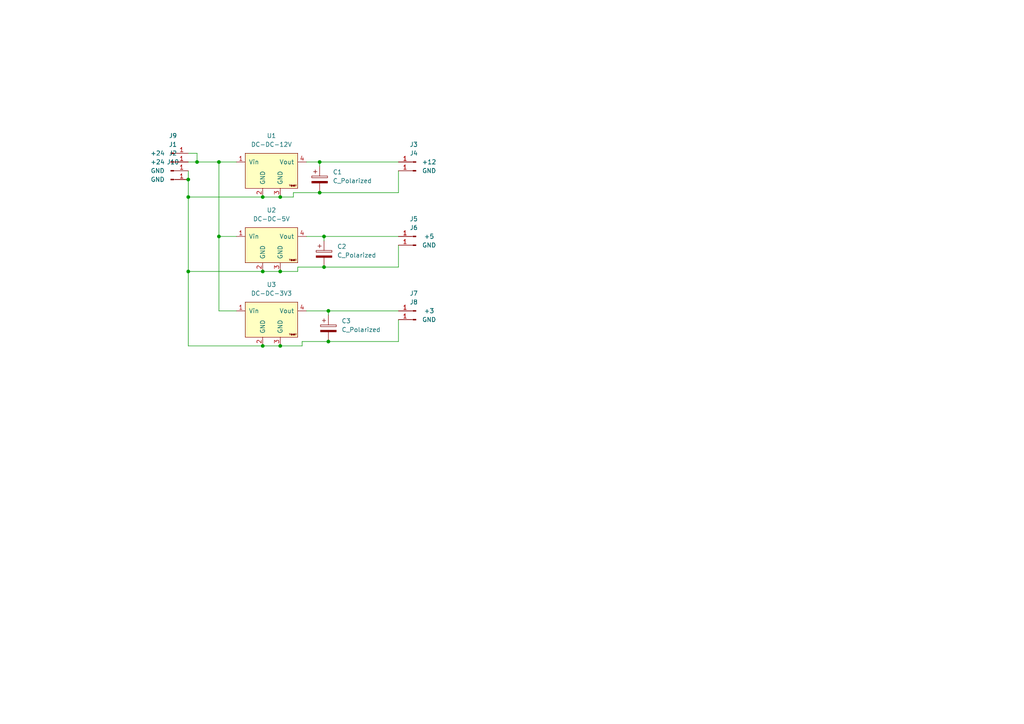
<source format=kicad_sch>
(kicad_sch (version 20230121) (generator eeschema)
  (paper "A4")
  (lib_symbols
    (symbol "Connector:Conn_01x01_Pin" (pin_names (offset 1.016) hide)
      (property "Reference" "J" (at 0 2.54 0))
      (property "Value" "Conn_01x01_Pin" (at 0 -2.54 0))
      (symbol "Conn_01x01_Pin_1_1"
        (polyline (pts (xy 1.27 0) (xy 0.8636 0)) (stroke (width 0.1524)))
        (rectangle (start 0.8636 0.127) (end 0 -0.127) (stroke (width 0.1524)) (fill (type outline)))
        (pin passive line (at 5.08 0 180) (length 3.81) (name "Pin_1") (number "1"))
      )
    )
    (symbol "Device:C_Polarized" (pin_numbers hide) (pin_names (offset 0.254))
      (property "Reference" "C" (at 0.635 2.54 0))
      (property "Value" "C_Polarized" (at 0.635 -2.54 0))
      (symbol "C_Polarized_0_1"
        (rectangle (start -2.286 0.508) (end 2.286 1.016))
        (polyline (pts (xy -1.778 2.286) (xy -0.762 2.286)))
        (polyline (pts (xy -1.27 2.794) (xy -1.27 1.778)))
        (rectangle (start 2.286 -0.508) (end -2.286 -1.016) (fill (type outline)))
      )
      (symbol "C_Polarized_1_1"
        (pin passive line (at 0 3.81 270) (length 2.794) (name "~") (number "1"))
        (pin passive line (at 0 -3.81 90) (length 2.794) (name "~") (number "2"))
      )
    )
    (symbol "yaaj_dcdc_stepdown_lm2596:YAAJ_DCDC_StepDown_LM2596" (pin_names (offset 1.016))
      (property "Reference" "U" (at -5.08 6.35 0))
      (property "Value" "YAAJ_DCDC_StepDown_LM2596" (at 0 11.43 0))
      (symbol "YAAJ_DCDC_StepDown_LM2596_0_1"
        (rectangle (start -7.62 5.08) (end 7.62 -5.08) (fill (type background)))
      )
      (symbol "YAAJ_DCDC_StepDown_LM2596_1_1"
        (text "Y@@V" (at 6.1976 -4.2672 0) (effects (font (size 0.508 0.508))))
        (pin power_in line (at -10.16 2.54 0) (length 2.54) (name "Vin") (number "1"))
        (pin power_in line (at -2.54 -7.62 90) (length 2.54) (name "GND") (number "2"))
        (pin power_in line (at 2.54 -7.62 90) (length 2.54) (name "GND") (number "3"))
        (pin power_out line (at 10.16 2.54 180) (length 2.54) (name "Vout") (number "4"))
      )
    )
  )
  (junction (at 95.25 90.17))
  (junction (at 63.5 46.99))
  (junction (at 81.28 100.33))
  (junction (at 92.71 46.99))
  (junction (at 54.61 78.74))
  (junction (at 57.15 46.99))
  (junction (at 63.5 68.58))
  (junction (at 76.2 57.15))
  (junction (at 76.2 100.33))
  (junction (at 93.98 77.47))
  (junction (at 54.61 52.07))
  (junction (at 81.28 78.74))
  (junction (at 81.28 57.15))
  (junction (at 92.71 55.88))
  (junction (at 76.2 78.74))
  (junction (at 54.61 57.15))
  (junction (at 93.98 68.58))
  (junction (at 95.25 99.06))
  (wire (pts (xy 86.36 77.47) (xy 86.36 78.74)))
  (wire (pts (xy 88.9 90.17) (xy 95.25 90.17)))
  (wire (pts (xy 81.28 100.33) (xy 76.2 100.33)))
  (wire (pts (xy 93.98 68.58) (xy 115.57 68.58)))
  (wire (pts (xy 57.15 44.45) (xy 57.15 46.99)))
  (wire (pts (xy 76.2 78.74) (xy 54.61 78.74)))
  (wire (pts (xy 93.98 68.58) (xy 93.98 69.85)))
  (wire (pts (xy 85.09 55.88) (xy 85.09 57.15)))
  (wire (pts (xy 87.63 100.33) (xy 81.28 100.33)))
  (wire (pts (xy 88.9 46.99) (xy 92.71 46.99)))
  (wire (pts (xy 63.5 46.99) (xy 68.58 46.99)))
  (wire (pts (xy 54.61 44.45) (xy 57.15 44.45)))
  (wire (pts (xy 54.61 49.53) (xy 54.61 52.07)))
  (wire (pts (xy 95.25 90.17) (xy 115.57 90.17)))
  (wire (pts (xy 54.61 78.74) (xy 54.61 57.15)))
  (wire (pts (xy 54.61 100.33) (xy 54.61 78.74)))
  (wire (pts (xy 86.36 77.47) (xy 93.98 77.47)))
  (wire (pts (xy 115.57 55.88) (xy 92.71 55.88)))
  (wire (pts (xy 57.15 46.99) (xy 63.5 46.99)))
  (wire (pts (xy 88.9 68.58) (xy 93.98 68.58)))
  (wire (pts (xy 76.2 100.33) (xy 54.61 100.33)))
  (wire (pts (xy 68.58 90.17) (xy 63.5 90.17)))
  (wire (pts (xy 87.63 99.06) (xy 87.63 100.33)))
  (wire (pts (xy 68.58 68.58) (xy 63.5 68.58)))
  (wire (pts (xy 95.25 90.17) (xy 95.25 91.44)))
  (wire (pts (xy 92.71 46.99) (xy 92.71 48.26)))
  (wire (pts (xy 115.57 71.12) (xy 115.57 77.47)))
  (wire (pts (xy 81.28 78.74) (xy 86.36 78.74)))
  (wire (pts (xy 81.28 78.74) (xy 76.2 78.74)))
  (wire (pts (xy 93.98 77.47) (xy 115.57 77.47)))
  (wire (pts (xy 87.63 99.06) (xy 95.25 99.06)))
  (wire (pts (xy 92.71 55.88) (xy 85.09 55.88)))
  (wire (pts (xy 95.25 99.06) (xy 115.57 99.06)))
  (wire (pts (xy 63.5 68.58) (xy 63.5 46.99)))
  (wire (pts (xy 92.71 46.99) (xy 115.57 46.99)))
  (wire (pts (xy 54.61 52.07) (xy 54.61 57.15)))
  (wire (pts (xy 115.57 92.71) (xy 115.57 99.06)))
  (wire (pts (xy 85.09 57.15) (xy 81.28 57.15)))
  (wire (pts (xy 115.57 49.53) (xy 115.57 55.88)))
  (wire (pts (xy 63.5 68.58) (xy 63.5 90.17)))
  (wire (pts (xy 76.2 57.15) (xy 81.28 57.15)))
  (wire (pts (xy 54.61 57.15) (xy 76.2 57.15)))
  (wire (pts (xy 54.61 46.99) (xy 57.15 46.99)))
  (symbol (lib_id "yaaj_dcdc_stepdown_lm2596:YAAJ_DCDC_StepDown_LM2596") (at 78.74 49.53 0) (unit 1)
    (property "Reference" "U1" (at 78.74 39.37 0))
    (property "Value" "DC-DC-12V" (at 78.74 41.91 0))
    (property "Footprint" "library:YAAJ_DCDC_StepDown_LM2596" (effects hide))
  )
  (symbol (lib_id "Connector:Conn_01x01_Pin") (at 120.65 92.71 0) (mirror y) (unit 1)
    (property "Reference" "J8" (at 120.015 87.63 0))
    (property "Value" "GND" (at 124.46 92.71 0))
    (property "Footprint" "Connector_Wire:SolderWirePad_1x01_SMD_5x10mm" (effects hide))
  )
  (symbol (lib_id "Device:C_Polarized") (at 92.71 52.07 0) (unit 1)
    (property "Reference" "C1" (at 96.52 49.911 0) (effects (justify left)))
    (property "Value" "C_Polarized" (at 96.52 52.451 0) (effects (justify left)))
    (property "Footprint" "Capacitor_THT:CP_Radial_D8.0mm_P5.00mm" (effects hide))
  )
  (symbol (lib_id "yaaj_dcdc_stepdown_lm2596:YAAJ_DCDC_StepDown_LM2596") (at 78.74 71.12 0) (unit 1)
    (property "Reference" "U2" (at 78.74 60.96 0))
    (property "Value" "DC-DC-5V" (at 78.74 63.5 0))
    (property "Footprint" "library:YAAJ_DCDC_StepDown_LM2596" (effects hide))
  )
  (symbol (lib_id "Connector:Conn_01x01_Pin") (at 120.65 49.53 0) (mirror y) (unit 1)
    (property "Reference" "J4" (at 120.015 44.45 0))
    (property "Value" "GND" (at 124.46 49.53 0))
    (property "Footprint" "Connector_Wire:SolderWirePad_1x01_SMD_5x10mm" (effects hide))
  )
  (symbol (lib_id "Connector:Conn_01x01_Pin") (at 120.65 68.58 0) (mirror y) (unit 1)
    (property "Reference" "J5" (at 120.015 63.5 0))
    (property "Value" "+5" (at 124.46 68.58 0))
    (property "Footprint" "Connector_Wire:SolderWirePad_1x01_SMD_5x10mm" (effects hide))
  )
  (symbol (lib_id "Connector:Conn_01x01_Pin") (at 120.65 71.12 0) (mirror y) (unit 1)
    (property "Reference" "J6" (at 120.015 66.04 0))
    (property "Value" "GND" (at 124.46 71.12 0))
    (property "Footprint" "Connector_Wire:SolderWirePad_1x01_SMD_5x10mm" (effects hide))
  )
  (symbol (lib_id "Connector:Conn_01x01_Pin") (at 120.65 46.99 0) (mirror y) (unit 1)
    (property "Reference" "J3" (at 120.015 41.91 0))
    (property "Value" "+12" (at 124.46 46.99 0))
    (property "Footprint" "Connector_Wire:SolderWirePad_1x01_SMD_5x10mm" (effects hide))
  )
  (symbol (lib_id "Connector:Conn_01x01_Pin") (at 49.53 49.53 0) (unit 1)
    (property "Reference" "J2" (at 50.165 44.45 0))
    (property "Value" "GND" (at 45.72 49.53 0))
    (property "Footprint" "Connector_Wire:SolderWirePad_1x01_SMD_5x10mm" (effects hide))
  )
  (symbol (lib_id "Connector:Conn_01x01_Pin") (at 49.53 52.07 0) (unit 1)
    (property "Reference" "J10" (at 50.165 46.99 0))
    (property "Value" "GND" (at 45.72 52.07 0))
    (property "Footprint" "Connector_Wire:SolderWirePad_1x01_SMD_5x10mm" (effects hide))
  )
  (symbol (lib_id "Device:C_Polarized") (at 93.98 73.66 0) (unit 1)
    (property "Reference" "C2" (at 97.79 71.501 0) (effects (justify left)))
    (property "Value" "C_Polarized" (at 97.79 74.041 0) (effects (justify left)))
    (property "Footprint" "Capacitor_THT:CP_Radial_D8.0mm_P5.00mm" (effects hide))
  )
  (symbol (lib_id "yaaj_dcdc_stepdown_lm2596:YAAJ_DCDC_StepDown_LM2596") (at 78.74 92.71 0) (unit 1)
    (property "Reference" "U3" (at 78.74 82.55 0))
    (property "Value" "DC-DC-3V3" (at 78.74 85.09 0))
    (property "Footprint" "library:YAAJ_DCDC_StepDown_LM2596" (effects hide))
  )
  (symbol (lib_id "Device:C_Polarized") (at 95.25 95.25 0) (unit 1)
    (property "Reference" "C3" (at 99.06 93.091 0) (effects (justify left)))
    (property "Value" "C_Polarized" (at 99.06 95.631 0) (effects (justify left)))
    (property "Footprint" "Capacitor_THT:CP_Radial_D8.0mm_P5.00mm" (effects hide))
  )
  (symbol (lib_id "Connector:Conn_01x01_Pin") (at 49.53 44.45 0) (unit 1)
    (property "Reference" "J9" (at 50.165 39.37 0))
    (property "Value" "+24" (at 45.72 44.45 0))
    (property "Footprint" "Connector_Wire:SolderWirePad_1x01_SMD_5x10mm" (effects hide))
  )
  (symbol (lib_id "Connector:Conn_01x01_Pin") (at 49.53 46.99 0) (unit 1)
    (property "Reference" "J1" (at 50.165 41.91 0))
    (property "Value" "+24" (at 45.72 46.99 0))
    (property "Footprint" "Connector_Wire:SolderWirePad_1x01_SMD_5x10mm" (effects hide))
  )
  (symbol (lib_id "Connector:Conn_01x01_Pin") (at 120.65 90.17 0) (mirror y) (unit 1)
    (property "Reference" "J7" (at 120.015 85.09 0))
    (property "Value" "+3" (at 124.46 90.17 0))
    (property "Footprint" "Connector_Wire:SolderWirePad_1x01_SMD_5x10mm" (effects hide))
  )
)
</source>
